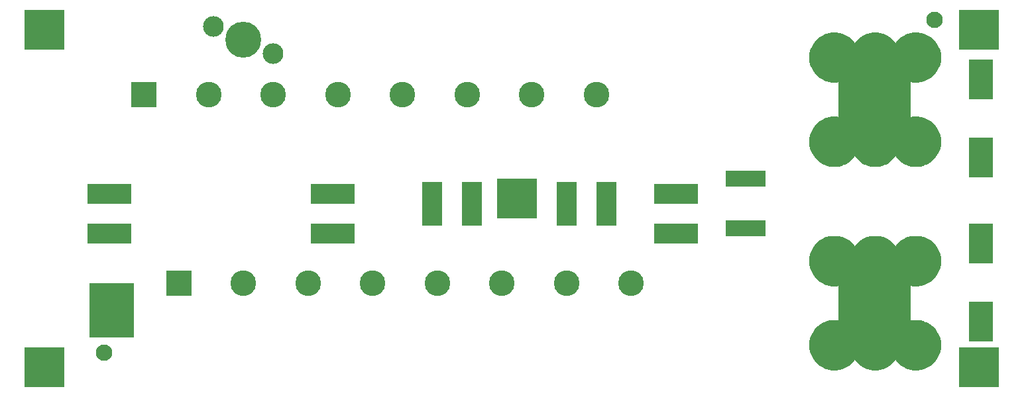
<source format=gts>
*%FSLAX24Y24*%
*%MOIN*%
G01*
%ADD11C,0.0060*%
%ADD12C,0.0073*%
%ADD13C,0.0080*%
%ADD14C,0.0098*%
%ADD15C,0.0100*%
%ADD16C,0.0120*%
%ADD17C,0.0150*%
%ADD18C,0.0160*%
%ADD19C,0.0197*%
%ADD20C,0.0200*%
%ADD21C,0.0250*%
%ADD22C,0.0300*%
%ADD23C,0.0300*%
%ADD24C,0.0394*%
%ADD25C,0.0397*%
%ADD26C,0.0400*%
%ADD27C,0.0434*%
%ADD28C,0.0500*%
%ADD29C,0.0500*%
%ADD30C,0.0700*%
%ADD31C,0.0700*%
%ADD32C,0.0720*%
%ADD33C,0.0827*%
%ADD34C,0.0920*%
%ADD35C,0.1000*%
%ADD36C,0.1000*%
%ADD37C,0.1040*%
%ADD38C,0.1210*%
%ADD39C,0.1250*%
%ADD40C,0.1290*%
%ADD41C,0.1500*%
%ADD42C,0.1560*%
%ADD43C,0.1700*%
%ADD44C,0.1772*%
%ADD45C,0.1812*%
%ADD46C,0.2400*%
%ADD47C,0.2500*%
%ADD48C,0.2500*%
%ADD49R,0.0900X0.2100*%
%ADD50R,0.1000X0.1000*%
%ADD51R,0.1000X0.2200*%
%ADD52R,0.1040X0.2240*%
%ADD53R,0.1050X0.1800*%
%ADD54R,0.1050X0.1850*%
%ADD55R,0.1181X0.1969*%
%ADD56R,0.1221X0.2009*%
%ADD57R,0.1250X0.1250*%
%ADD58R,0.1290X0.1290*%
%ADD59R,0.1500X0.1500*%
%ADD60R,0.1700X0.1700*%
%ADD61R,0.1900X0.0700*%
%ADD62R,0.2000X0.0750*%
%ADD63R,0.2000X0.2000*%
%ADD64R,0.2040X0.0790*%
%ADD65R,0.2040X0.2040*%
%ADD66R,0.2100X0.0900*%
%ADD67R,0.2200X0.1000*%
%ADD68R,0.2200X0.2200*%
%ADD69R,0.2240X0.1040*%
%ADD70R,0.2500X0.2500*%
D27*
X60040Y28630D02*
D03*
X18290Y11880D02*
D03*
D31*
X58170Y22510D02*
X58171D01*
X58170D02*
X58180Y22373D01*
X58211Y22239D01*
X58261Y22111D01*
X58330Y21992D01*
X58416Y21884D01*
X58516Y21791D01*
X58630Y21713D01*
X58754Y21654D01*
X58885Y21613D01*
X59021Y21593D01*
X59159D01*
X59295Y21613D01*
X59426Y21654D01*
X59550Y21713D01*
X59664Y21791D01*
X59764Y21884D01*
X59850Y21992D01*
X59919Y22111D01*
X59969Y22239D01*
X60000Y22373D01*
X60010Y22510D01*
X60011D01*
X60010D02*
X60000Y22647D01*
X59969Y22781D01*
X59919Y22909D01*
X59850Y23028D01*
X59764Y23136D01*
X59664Y23229D01*
X59550Y23307D01*
X59426Y23366D01*
X59295Y23407D01*
X59159Y23427D01*
X59021D01*
X58885Y23407D01*
X58754Y23366D01*
X58630Y23307D01*
X58516Y23229D01*
X58416Y23136D01*
X58330Y23028D01*
X58261Y22909D01*
X58211Y22781D01*
X58180Y22647D01*
X58170Y22510D01*
X58850D02*
X58851D01*
X58850D02*
X58864Y22428D01*
X58906Y22356D01*
X58970Y22302D01*
X59048Y22274D01*
X59132D01*
X59210Y22302D01*
X59274Y22356D01*
X59316Y22428D01*
X59330Y22510D01*
X59331D01*
X59330D02*
X59316Y22592D01*
X59274Y22664D01*
X59210Y22718D01*
X59132Y22746D01*
X59048D01*
X58970Y22718D01*
X58906Y22664D01*
X58864Y22592D01*
X58850Y22510D01*
X58170Y26750D02*
X58171D01*
X58170D02*
X58180Y26613D01*
X58211Y26479D01*
X58261Y26351D01*
X58330Y26232D01*
X58416Y26124D01*
X58516Y26031D01*
X58630Y25953D01*
X58754Y25894D01*
X58885Y25853D01*
X59021Y25833D01*
X59159D01*
X59295Y25853D01*
X59426Y25894D01*
X59550Y25953D01*
X59664Y26031D01*
X59764Y26124D01*
X59850Y26232D01*
X59919Y26351D01*
X59969Y26479D01*
X60000Y26613D01*
X60010Y26750D01*
X60011D01*
X60010D02*
X60000Y26887D01*
X59969Y27021D01*
X59919Y27149D01*
X59850Y27268D01*
X59764Y27376D01*
X59664Y27469D01*
X59550Y27547D01*
X59426Y27606D01*
X59295Y27647D01*
X59159Y27667D01*
X59021D01*
X58885Y27647D01*
X58754Y27606D01*
X58630Y27547D01*
X58516Y27469D01*
X58416Y27376D01*
X58330Y27268D01*
X58261Y27149D01*
X58211Y27021D01*
X58180Y26887D01*
X58170Y26750D01*
X58850D02*
X58851D01*
X58850D02*
X58864Y26668D01*
X58906Y26596D01*
X58970Y26542D01*
X59048Y26514D01*
X59132D01*
X59210Y26542D01*
X59274Y26596D01*
X59316Y26668D01*
X59330Y26750D01*
X59331D01*
X59330D02*
X59316Y26832D01*
X59274Y26904D01*
X59210Y26958D01*
X59132Y26986D01*
X59048D01*
X58970Y26958D01*
X58906Y26904D01*
X58864Y26832D01*
X58850Y26750D01*
X56120D02*
X56121D01*
X56120D02*
X56130Y26613D01*
X56161Y26479D01*
X56211Y26351D01*
X56280Y26232D01*
X56366Y26124D01*
X56466Y26031D01*
X56580Y25953D01*
X56704Y25894D01*
X56835Y25853D01*
X56971Y25833D01*
X57109D01*
X57245Y25853D01*
X57376Y25894D01*
X57500Y25953D01*
X57614Y26031D01*
X57714Y26124D01*
X57800Y26232D01*
X57869Y26351D01*
X57919Y26479D01*
X57950Y26613D01*
X57960Y26750D01*
X57961D01*
X57960D02*
X57950Y26887D01*
X57919Y27021D01*
X57869Y27149D01*
X57800Y27268D01*
X57714Y27376D01*
X57614Y27469D01*
X57500Y27547D01*
X57376Y27606D01*
X57245Y27647D01*
X57109Y27667D01*
X56971D01*
X56835Y27647D01*
X56704Y27606D01*
X56580Y27547D01*
X56466Y27469D01*
X56366Y27376D01*
X56280Y27268D01*
X56211Y27149D01*
X56161Y27021D01*
X56130Y26887D01*
X56120Y26750D01*
X56800D02*
X56801D01*
X56800D02*
X56814Y26668D01*
X56856Y26596D01*
X56920Y26542D01*
X56998Y26514D01*
X57082D01*
X57160Y26542D01*
X57224Y26596D01*
X57266Y26668D01*
X57280Y26750D01*
X57281D01*
X57280D02*
X57266Y26832D01*
X57224Y26904D01*
X57160Y26958D01*
X57082Y26986D01*
X56998D01*
X56920Y26958D01*
X56856Y26904D01*
X56814Y26832D01*
X56800Y26750D01*
X56120Y22510D02*
X56121D01*
X56120D02*
X56130Y22373D01*
X56161Y22239D01*
X56211Y22111D01*
X56280Y21992D01*
X56366Y21884D01*
X56466Y21791D01*
X56580Y21713D01*
X56704Y21654D01*
X56835Y21613D01*
X56971Y21593D01*
X57109D01*
X57245Y21613D01*
X57376Y21654D01*
X57500Y21713D01*
X57614Y21791D01*
X57714Y21884D01*
X57800Y21992D01*
X57869Y22111D01*
X57919Y22239D01*
X57950Y22373D01*
X57960Y22510D01*
X57961D01*
X57960D02*
X57950Y22647D01*
X57919Y22781D01*
X57869Y22909D01*
X57800Y23028D01*
X57714Y23136D01*
X57614Y23229D01*
X57500Y23307D01*
X57376Y23366D01*
X57245Y23407D01*
X57109Y23427D01*
X56971D01*
X56835Y23407D01*
X56704Y23366D01*
X56580Y23307D01*
X56466Y23229D01*
X56366Y23136D01*
X56280Y23028D01*
X56211Y22909D01*
X56161Y22781D01*
X56130Y22647D01*
X56120Y22510D01*
X56800D02*
X56801D01*
X56800D02*
X56814Y22428D01*
X56856Y22356D01*
X56920Y22302D01*
X56998Y22274D01*
X57082D01*
X57160Y22302D01*
X57224Y22356D01*
X57266Y22428D01*
X57280Y22510D01*
X57281D01*
X57280D02*
X57266Y22592D01*
X57224Y22664D01*
X57160Y22718D01*
X57082Y22746D01*
X56998D01*
X56920Y22718D01*
X56856Y22664D01*
X56814Y22592D01*
X56800Y22510D01*
X54070D02*
X54071D01*
X54070D02*
X54080Y22373D01*
X54111Y22239D01*
X54161Y22111D01*
X54230Y21992D01*
X54316Y21884D01*
X54416Y21791D01*
X54530Y21713D01*
X54654Y21654D01*
X54785Y21613D01*
X54921Y21593D01*
X55059D01*
X55195Y21613D01*
X55326Y21654D01*
X55450Y21713D01*
X55564Y21791D01*
X55664Y21884D01*
X55750Y21992D01*
X55819Y22111D01*
X55869Y22239D01*
X55900Y22373D01*
X55910Y22510D01*
X55911D01*
X55910D02*
X55900Y22647D01*
X55869Y22781D01*
X55819Y22909D01*
X55750Y23028D01*
X55664Y23136D01*
X55564Y23229D01*
X55450Y23307D01*
X55326Y23366D01*
X55195Y23407D01*
X55059Y23427D01*
X54921D01*
X54785Y23407D01*
X54654Y23366D01*
X54530Y23307D01*
X54416Y23229D01*
X54316Y23136D01*
X54230Y23028D01*
X54161Y22909D01*
X54111Y22781D01*
X54080Y22647D01*
X54070Y22510D01*
X54750D02*
X54751D01*
X54750D02*
X54764Y22428D01*
X54806Y22356D01*
X54870Y22302D01*
X54948Y22274D01*
X55032D01*
X55110Y22302D01*
X55174Y22356D01*
X55216Y22428D01*
X55230Y22510D01*
X55231D01*
X55230D02*
X55216Y22592D01*
X55174Y22664D01*
X55110Y22718D01*
X55032Y22746D01*
X54948D01*
X54870Y22718D01*
X54806Y22664D01*
X54764Y22592D01*
X54750Y22510D01*
X54070Y26750D02*
X54071D01*
X54070D02*
X54080Y26613D01*
X54111Y26479D01*
X54161Y26351D01*
X54230Y26232D01*
X54316Y26124D01*
X54416Y26031D01*
X54530Y25953D01*
X54654Y25894D01*
X54785Y25853D01*
X54921Y25833D01*
X55059D01*
X55195Y25853D01*
X55326Y25894D01*
X55450Y25953D01*
X55564Y26031D01*
X55664Y26124D01*
X55750Y26232D01*
X55819Y26351D01*
X55869Y26479D01*
X55900Y26613D01*
X55910Y26750D01*
X55911D01*
X55910D02*
X55900Y26887D01*
X55869Y27021D01*
X55819Y27149D01*
X55750Y27268D01*
X55664Y27376D01*
X55564Y27469D01*
X55450Y27547D01*
X55326Y27606D01*
X55195Y27647D01*
X55059Y27667D01*
X54921D01*
X54785Y27647D01*
X54654Y27606D01*
X54530Y27547D01*
X54416Y27469D01*
X54316Y27376D01*
X54230Y27268D01*
X54161Y27149D01*
X54111Y27021D01*
X54080Y26887D01*
X54070Y26750D01*
X54750D02*
X54751D01*
X54750D02*
X54764Y26668D01*
X54806Y26596D01*
X54870Y26542D01*
X54948Y26514D01*
X55032D01*
X55110Y26542D01*
X55174Y26596D01*
X55216Y26668D01*
X55230Y26750D01*
X55231D01*
X55230D02*
X55216Y26832D01*
X55174Y26904D01*
X55110Y26958D01*
X55032Y26986D01*
X54948D01*
X54870Y26958D01*
X54806Y26904D01*
X54764Y26832D01*
X54750Y26750D01*
X58170Y12260D02*
X58171D01*
X58170D02*
X58180Y12123D01*
X58211Y11989D01*
X58261Y11861D01*
X58330Y11742D01*
X58416Y11634D01*
X58516Y11541D01*
X58630Y11463D01*
X58754Y11404D01*
X58885Y11363D01*
X59021Y11343D01*
X59159D01*
X59295Y11363D01*
X59426Y11404D01*
X59550Y11463D01*
X59664Y11541D01*
X59764Y11634D01*
X59850Y11742D01*
X59919Y11861D01*
X59969Y11989D01*
X60000Y12123D01*
X60010Y12260D01*
X60011D01*
X60010D02*
X60000Y12397D01*
X59969Y12531D01*
X59919Y12659D01*
X59850Y12778D01*
X59764Y12886D01*
X59664Y12979D01*
X59550Y13057D01*
X59426Y13116D01*
X59295Y13157D01*
X59159Y13177D01*
X59021D01*
X58885Y13157D01*
X58754Y13116D01*
X58630Y13057D01*
X58516Y12979D01*
X58416Y12886D01*
X58330Y12778D01*
X58261Y12659D01*
X58211Y12531D01*
X58180Y12397D01*
X58170Y12260D01*
X58850D02*
X58851D01*
X58850D02*
X58864Y12178D01*
X58906Y12106D01*
X58970Y12052D01*
X59048Y12024D01*
X59132D01*
X59210Y12052D01*
X59274Y12106D01*
X59316Y12178D01*
X59330Y12260D01*
X59331D01*
X59330D02*
X59316Y12342D01*
X59274Y12414D01*
X59210Y12468D01*
X59132Y12496D01*
X59048D01*
X58970Y12468D01*
X58906Y12414D01*
X58864Y12342D01*
X58850Y12260D01*
X58170Y16500D02*
X58171D01*
X58170D02*
X58180Y16363D01*
X58211Y16229D01*
X58261Y16101D01*
X58330Y15982D01*
X58416Y15874D01*
X58516Y15781D01*
X58630Y15703D01*
X58754Y15644D01*
X58885Y15603D01*
X59021Y15583D01*
X59159D01*
X59295Y15603D01*
X59426Y15644D01*
X59550Y15703D01*
X59664Y15781D01*
X59764Y15874D01*
X59850Y15982D01*
X59919Y16101D01*
X59969Y16229D01*
X60000Y16363D01*
X60010Y16500D01*
X60011D01*
X60010D02*
X60000Y16637D01*
X59969Y16771D01*
X59919Y16899D01*
X59850Y17018D01*
X59764Y17126D01*
X59664Y17219D01*
X59550Y17297D01*
X59426Y17356D01*
X59295Y17397D01*
X59159Y17417D01*
X59021D01*
X58885Y17397D01*
X58754Y17356D01*
X58630Y17297D01*
X58516Y17219D01*
X58416Y17126D01*
X58330Y17018D01*
X58261Y16899D01*
X58211Y16771D01*
X58180Y16637D01*
X58170Y16500D01*
X58850D02*
X58851D01*
X58850D02*
X58864Y16418D01*
X58906Y16346D01*
X58970Y16292D01*
X59048Y16264D01*
X59132D01*
X59210Y16292D01*
X59274Y16346D01*
X59316Y16418D01*
X59330Y16500D01*
X59331D01*
X59330D02*
X59316Y16582D01*
X59274Y16654D01*
X59210Y16708D01*
X59132Y16736D01*
X59048D01*
X58970Y16708D01*
X58906Y16654D01*
X58864Y16582D01*
X58850Y16500D01*
X56120D02*
X56121D01*
X56120D02*
X56130Y16363D01*
X56161Y16229D01*
X56211Y16101D01*
X56280Y15982D01*
X56366Y15874D01*
X56466Y15781D01*
X56580Y15703D01*
X56704Y15644D01*
X56835Y15603D01*
X56971Y15583D01*
X57109D01*
X57245Y15603D01*
X57376Y15644D01*
X57500Y15703D01*
X57614Y15781D01*
X57714Y15874D01*
X57800Y15982D01*
X57869Y16101D01*
X57919Y16229D01*
X57950Y16363D01*
X57960Y16500D01*
X57961D01*
X57960D02*
X57950Y16637D01*
X57919Y16771D01*
X57869Y16899D01*
X57800Y17018D01*
X57714Y17126D01*
X57614Y17219D01*
X57500Y17297D01*
X57376Y17356D01*
X57245Y17397D01*
X57109Y17417D01*
X56971D01*
X56835Y17397D01*
X56704Y17356D01*
X56580Y17297D01*
X56466Y17219D01*
X56366Y17126D01*
X56280Y17018D01*
X56211Y16899D01*
X56161Y16771D01*
X56130Y16637D01*
X56120Y16500D01*
X56800D02*
X56801D01*
X56800D02*
X56814Y16418D01*
X56856Y16346D01*
X56920Y16292D01*
X56998Y16264D01*
X57082D01*
X57160Y16292D01*
X57224Y16346D01*
X57266Y16418D01*
X57280Y16500D01*
X57281D01*
X57280D02*
X57266Y16582D01*
X57224Y16654D01*
X57160Y16708D01*
X57082Y16736D01*
X56998D01*
X56920Y16708D01*
X56856Y16654D01*
X56814Y16582D01*
X56800Y16500D01*
X56120Y12260D02*
X56121D01*
X56120D02*
X56130Y12123D01*
X56161Y11989D01*
X56211Y11861D01*
X56280Y11742D01*
X56366Y11634D01*
X56466Y11541D01*
X56580Y11463D01*
X56704Y11404D01*
X56835Y11363D01*
X56971Y11343D01*
X57109D01*
X57245Y11363D01*
X57376Y11404D01*
X57500Y11463D01*
X57614Y11541D01*
X57714Y11634D01*
X57800Y11742D01*
X57869Y11861D01*
X57919Y11989D01*
X57950Y12123D01*
X57960Y12260D01*
X57961D01*
X57960D02*
X57950Y12397D01*
X57919Y12531D01*
X57869Y12659D01*
X57800Y12778D01*
X57714Y12886D01*
X57614Y12979D01*
X57500Y13057D01*
X57376Y13116D01*
X57245Y13157D01*
X57109Y13177D01*
X56971D01*
X56835Y13157D01*
X56704Y13116D01*
X56580Y13057D01*
X56466Y12979D01*
X56366Y12886D01*
X56280Y12778D01*
X56211Y12659D01*
X56161Y12531D01*
X56130Y12397D01*
X56120Y12260D01*
X56800D02*
X56801D01*
X56800D02*
X56814Y12178D01*
X56856Y12106D01*
X56920Y12052D01*
X56998Y12024D01*
X57082D01*
X57160Y12052D01*
X57224Y12106D01*
X57266Y12178D01*
X57280Y12260D01*
X57281D01*
X57280D02*
X57266Y12342D01*
X57224Y12414D01*
X57160Y12468D01*
X57082Y12496D01*
X56998D01*
X56920Y12468D01*
X56856Y12414D01*
X56814Y12342D01*
X56800Y12260D01*
X54070D02*
X54071D01*
X54070D02*
X54080Y12123D01*
X54111Y11989D01*
X54161Y11861D01*
X54230Y11742D01*
X54316Y11634D01*
X54416Y11541D01*
X54530Y11463D01*
X54654Y11404D01*
X54785Y11363D01*
X54921Y11343D01*
X55059D01*
X55195Y11363D01*
X55326Y11404D01*
X55450Y11463D01*
X55564Y11541D01*
X55664Y11634D01*
X55750Y11742D01*
X55819Y11861D01*
X55869Y11989D01*
X55900Y12123D01*
X55910Y12260D01*
X55911D01*
X55910D02*
X55900Y12397D01*
X55869Y12531D01*
X55819Y12659D01*
X55750Y12778D01*
X55664Y12886D01*
X55564Y12979D01*
X55450Y13057D01*
X55326Y13116D01*
X55195Y13157D01*
X55059Y13177D01*
X54921D01*
X54785Y13157D01*
X54654Y13116D01*
X54530Y13057D01*
X54416Y12979D01*
X54316Y12886D01*
X54230Y12778D01*
X54161Y12659D01*
X54111Y12531D01*
X54080Y12397D01*
X54070Y12260D01*
X54750D02*
X54751D01*
X54750D02*
X54764Y12178D01*
X54806Y12106D01*
X54870Y12052D01*
X54948Y12024D01*
X55032D01*
X55110Y12052D01*
X55174Y12106D01*
X55216Y12178D01*
X55230Y12260D01*
X55231D01*
X55230D02*
X55216Y12342D01*
X55174Y12414D01*
X55110Y12468D01*
X55032Y12496D01*
X54948D01*
X54870Y12468D01*
X54806Y12414D01*
X54764Y12342D01*
X54750Y12260D01*
X54070Y16500D02*
X54071D01*
X54070D02*
X54080Y16363D01*
X54111Y16229D01*
X54161Y16101D01*
X54230Y15982D01*
X54316Y15874D01*
X54416Y15781D01*
X54530Y15703D01*
X54654Y15644D01*
X54785Y15603D01*
X54921Y15583D01*
X55059D01*
X55195Y15603D01*
X55326Y15644D01*
X55450Y15703D01*
X55564Y15781D01*
X55664Y15874D01*
X55750Y15982D01*
X55819Y16101D01*
X55869Y16229D01*
X55900Y16363D01*
X55910Y16500D01*
X55911D01*
X55910D02*
X55900Y16637D01*
X55869Y16771D01*
X55819Y16899D01*
X55750Y17018D01*
X55664Y17126D01*
X55564Y17219D01*
X55450Y17297D01*
X55326Y17356D01*
X55195Y17397D01*
X55059Y17417D01*
X54921D01*
X54785Y17397D01*
X54654Y17356D01*
X54530Y17297D01*
X54416Y17219D01*
X54316Y17126D01*
X54230Y17018D01*
X54161Y16899D01*
X54111Y16771D01*
X54080Y16637D01*
X54070Y16500D01*
X54750D02*
X54751D01*
X54750D02*
X54764Y16418D01*
X54806Y16346D01*
X54870Y16292D01*
X54948Y16264D01*
X55032D01*
X55110Y16292D01*
X55174Y16346D01*
X55216Y16418D01*
X55230Y16500D01*
X55231D01*
X55230D02*
X55216Y16582D01*
X55174Y16654D01*
X55110Y16708D01*
X55032Y16736D01*
X54948D01*
X54870Y16708D01*
X54806Y16654D01*
X54764Y16582D01*
X54750Y16500D01*
D33*
X60040Y28630D02*
D03*
X18290Y11880D02*
D03*
D37*
X26790Y26949D02*
D03*
X23790Y28311D02*
D03*
D40*
X30040Y24880D02*
D03*
X43040D02*
D03*
X39790D02*
D03*
X36540D02*
D03*
X33290D02*
D03*
X26790D02*
D03*
X23540D02*
D03*
X31790Y15380D02*
D03*
X44790D02*
D03*
X41540D02*
D03*
X38290D02*
D03*
X35040D02*
D03*
X28540D02*
D03*
X25290D02*
D03*
D45*
Y27630D02*
D03*
D52*
X43540Y19380D02*
D03*
X41540D02*
D03*
X36790D02*
D03*
X34790D02*
D03*
D56*
X62365Y25630D02*
D03*
Y21693D02*
D03*
Y17380D02*
D03*
Y13443D02*
D03*
D58*
X20290Y24880D02*
D03*
X22040Y15380D02*
D03*
D64*
X50540Y18130D02*
D03*
Y20630D02*
D03*
D65*
X15290Y28130D02*
D03*
X62290D02*
D03*
Y11130D02*
D03*
X39040Y19630D02*
D03*
X15290Y11130D02*
D03*
D68*
X18640Y13730D02*
X18690D01*
Y14280D01*
X18640D01*
Y13730D01*
D69*
X47040Y19880D02*
D03*
Y17880D02*
D03*
X29790Y19880D02*
D03*
Y17880D02*
D03*
X18540Y19880D02*
D03*
Y17880D02*
D03*
D70*
X56470Y24060D02*
X57610D01*
Y25200D01*
X56470D01*
Y24060D01*
Y13810D02*
X57610D01*
Y14950D01*
X56470D01*
Y13810D01*
D02*
M02*

</source>
